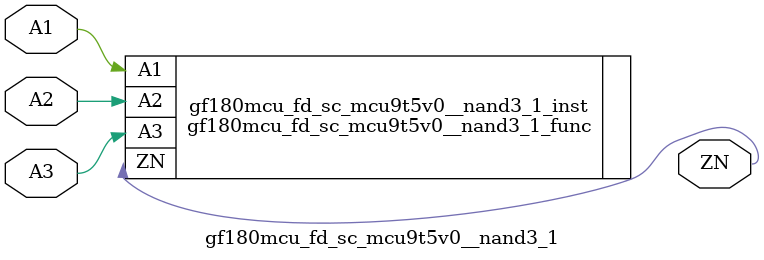
<source format=v>

module gf180mcu_fd_sc_mcu9t5v0__nand3_1( A3, ZN, A2, A1 );
input A1, A2, A3;
output ZN;

   `ifdef FUNCTIONAL  //  functional //

	gf180mcu_fd_sc_mcu9t5v0__nand3_1_func gf180mcu_fd_sc_mcu9t5v0__nand3_1_behav_inst(.A3(A3),.ZN(ZN),.A2(A2),.A1(A1));

   `else

	gf180mcu_fd_sc_mcu9t5v0__nand3_1_func gf180mcu_fd_sc_mcu9t5v0__nand3_1_inst(.A3(A3),.ZN(ZN),.A2(A2),.A1(A1));

	// spec_gates_begin


	// spec_gates_end



   specify

	// specify_block_begin

	// comb arc A1 --> ZN
	 (A1 => ZN) = (1.0,1.0);

	// comb arc A2 --> ZN
	 (A2 => ZN) = (1.0,1.0);

	// comb arc A3 --> ZN
	 (A3 => ZN) = (1.0,1.0);

	// specify_block_end

   endspecify

   `endif

endmodule

</source>
